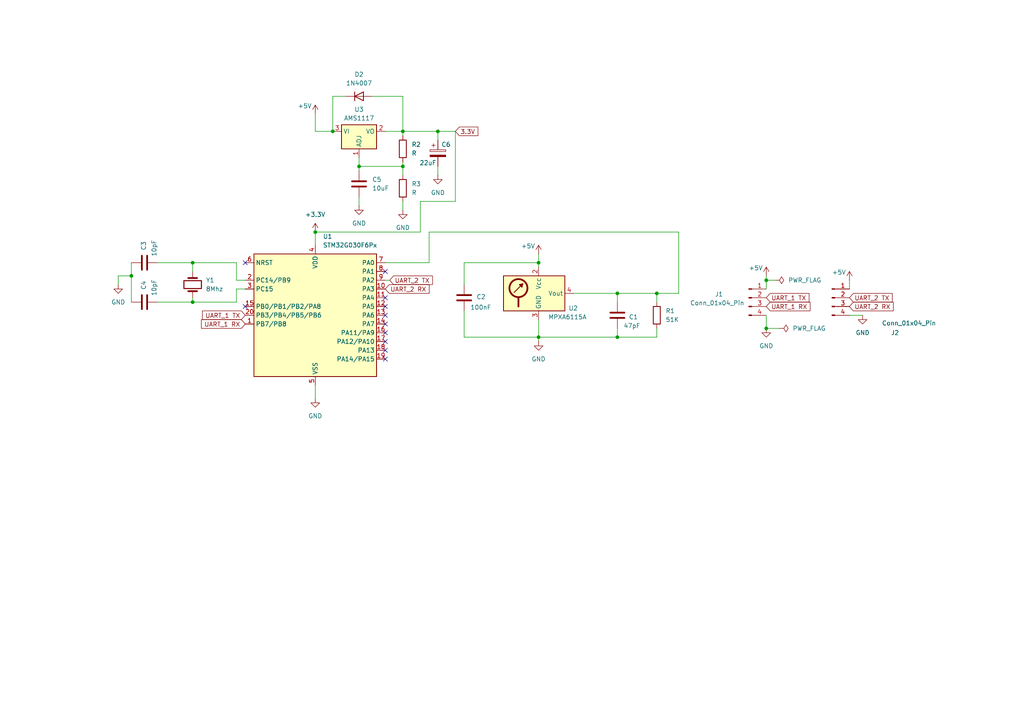
<source format=kicad_sch>
(kicad_sch (version 20231120) (generator "eeschema") (generator_version "8.0")
  (paper "A4")
  (lib_symbols
    (symbol "Connector:Conn_01x04_Pin" (pin_names (offset 1.016) hide)
      (property "Reference" "J" (at 0 5.08 0))
      (property "Value" "Conn_01x04_Pin" (at 0 -7.62 0))
      (symbol "Conn_01x04_Pin_1_1"
        (polyline (pts (xy 1.27 -5.08) (xy 0.8636 -5.08)) (stroke (width 0.1524)))
        (polyline (pts (xy 1.27 -2.54) (xy 0.8636 -2.54)) (stroke (width 0.1524)))
        (polyline (pts (xy 1.27 0) (xy 0.8636 0)) (stroke (width 0.1524)))
        (polyline (pts (xy 1.27 2.54) (xy 0.8636 2.54)) (stroke (width 0.1524)))
        (rectangle (start 0.8636 -4.953) (end 0 -5.207) (stroke (width 0.1524)) (fill (type outline)))
        (rectangle (start 0.8636 -2.413) (end 0 -2.667) (stroke (width 0.1524)) (fill (type outline)))
        (rectangle (start 0.8636 0.127) (end 0 -0.127) (stroke (width 0.1524)) (fill (type outline)))
        (rectangle (start 0.8636 2.667) (end 0 2.413) (stroke (width 0.1524)) (fill (type outline)))
        (pin passive line (at 5.08 2.54 180) (length 3.81) (name "Pin_1") (number "1"))
        (pin passive line (at 5.08 0 180) (length 3.81) (name "Pin_2") (number "2"))
        (pin passive line (at 5.08 -2.54 180) (length 3.81) (name "Pin_3") (number "3"))
        (pin passive line (at 5.08 -5.08 180) (length 3.81) (name "Pin_4") (number "4"))
      )
    )
    (symbol "Device:C" (pin_numbers hide) (pin_names (offset 0.254))
      (property "Reference" "C" (at 0.635 2.54 0))
      (property "Value" "C" (at 0.635 -2.54 0))
      (symbol "C_0_1"
        (polyline (pts (xy -2.032 -0.762) (xy 2.032 -0.762)) (stroke (width 0.508)))
        (polyline (pts (xy -2.032 0.762) (xy 2.032 0.762)) (stroke (width 0.508)))
      )
      (symbol "C_1_1"
        (pin passive line (at 0 3.81 270) (length 2.794) (name "~") (number "1"))
        (pin passive line (at 0 -3.81 90) (length 2.794) (name "~") (number "2"))
      )
    )
    (symbol "Device:C_Polarized" (pin_numbers hide) (pin_names (offset 0.254))
      (property "Reference" "C" (at 0.635 2.54 0))
      (property "Value" "C_Polarized" (at 0.635 -2.54 0))
      (symbol "C_Polarized_0_1"
        (rectangle (start -2.286 0.508) (end 2.286 1.016))
        (polyline (pts (xy -1.778 2.286) (xy -0.762 2.286)))
        (polyline (pts (xy -1.27 2.794) (xy -1.27 1.778)))
        (rectangle (start 2.286 -0.508) (end -2.286 -1.016) (fill (type outline)))
      )
      (symbol "C_Polarized_1_1"
        (pin passive line (at 0 3.81 270) (length 2.794) (name "~") (number "1"))
        (pin passive line (at 0 -3.81 90) (length 2.794) (name "~") (number "2"))
      )
    )
    (symbol "Device:Crystal" (pin_numbers hide) (pin_names (offset 1.016) hide)
      (property "Reference" "Y" (at 0 3.81 0))
      (property "Value" "Crystal" (at 0 -3.81 0))
      (symbol "Crystal_0_1"
        (rectangle (start -1.143 2.54) (end 1.143 -2.54) (stroke (width 0.3048)))
        (polyline (pts (xy -2.54 0) (xy -1.905 0)))
        (polyline (pts (xy -1.905 -1.27) (xy -1.905 1.27)) (stroke (width 0.508)))
        (polyline (pts (xy 1.905 -1.27) (xy 1.905 1.27)) (stroke (width 0.508)))
        (polyline (pts (xy 2.54 0) (xy 1.905 0)))
      )
      (symbol "Crystal_1_1"
        (pin passive line (at -3.81 0 0) (length 1.27) (name "1") (number "1"))
        (pin passive line (at 3.81 0 180) (length 1.27) (name "2") (number "2"))
      )
    )
    (symbol "Device:R" (pin_numbers hide) (pin_names (offset 0))
      (property "Reference" "R" (at 2.032 0 90))
      (property "Value" "R" (at 0 0 90))
      (symbol "R_0_1"
        (rectangle (start -1.016 -2.54) (end 1.016 2.54) (stroke (width 0.254)))
      )
      (symbol "R_1_1"
        (pin passive line (at 0 3.81 270) (length 1.27) (name "~") (number "1"))
        (pin passive line (at 0 -3.81 90) (length 1.27) (name "~") (number "2"))
      )
    )
    (symbol "Diode:1N4007" (pin_numbers hide) (pin_names hide)
      (property "Reference" "D" (at 0 2.54 0))
      (property "Value" "1N4007" (at 0 -2.54 0))
      (symbol "1N4007_0_1"
        (polyline (pts (xy -1.27 1.27) (xy -1.27 -1.27)) (stroke (width 0.254)))
        (polyline (pts (xy 1.27 0) (xy -1.27 0)))
        (polyline (pts (xy 1.27 1.27) (xy 1.27 -1.27) (xy -1.27 0) (xy 1.27 1.27)) (stroke (width 0.254)))
      )
      (symbol "1N4007_1_1"
        (pin passive line (at -3.81 0 0) (length 2.54) (name "K") (number "1"))
        (pin passive line (at 3.81 0 180) (length 2.54) (name "A") (number "2"))
      )
    )
    (symbol "MCU_ST_STM32G0:STM32G030F6Px"
      (property "Reference" "U" (at -17.78 19.05 0))
      (property "Value" "STM32G030F6Px" (at 2.54 19.05 0))
      (symbol "STM32G030F6Px_0_1"
        (rectangle (start -17.78 -17.78) (end 17.78 17.78) (stroke (width 0.254)) (fill (type background)))
      )
      (symbol "STM32G030F6Px_1_1"
        (pin bidirectional line (at -20.32 -2.54 0) (length 2.54) (name "PB7/PB8") (number "1"))
        (pin bidirectional line (at 20.32 7.62 180) (length 2.54) (name "PA3") (number "10"))
        (pin bidirectional line (at 20.32 5.08 180) (length 2.54) (name "PA4") (number "11"))
        (pin bidirectional line (at 20.32 2.54 180) (length 2.54) (name "PA5") (number "12"))
        (pin bidirectional line (at 20.32 0 180) (length 2.54) (name "PA6") (number "13"))
        (pin bidirectional line (at 20.32 -2.54 180) (length 2.54) (name "PA7") (number "14"))
        (pin bidirectional line (at -20.32 2.54 0) (length 2.54) (name "PB0/PB1/PB2/PA8") (number "15"))
        (pin bidirectional line (at 20.32 -5.08 180) (length 2.54) (name "PA11/PA9") (number "16"))
        (pin bidirectional line (at 20.32 -7.62 180) (length 2.54) (name "PA12/PA10") (number "17"))
        (pin bidirectional line (at 20.32 -10.16 180) (length 2.54) (name "PA13") (number "18"))
        (pin bidirectional line (at 20.32 -12.7 180) (length 2.54) (name "PA14/PA15") (number "19"))
        (pin bidirectional line (at -20.32 10.16 0) (length 2.54) (name "PC14/PB9") (number "2"))
        (pin bidirectional line (at -20.32 0 0) (length 2.54) (name "PB3/PB4/PB5/PB6") (number "20"))
        (pin bidirectional line (at -20.32 7.62 0) (length 2.54) (name "PC15") (number "3"))
        (pin power_in line (at 0 20.32 270) (length 2.54) (name "VDD") (number "4"))
        (pin power_in line (at 0 -20.32 90) (length 2.54) (name "VSS") (number "5"))
        (pin input line (at -20.32 15.24 0) (length 2.54) (name "NRST") (number "6"))
        (pin bidirectional line (at 20.32 15.24 180) (length 2.54) (name "PA0") (number "7"))
        (pin bidirectional line (at 20.32 12.7 180) (length 2.54) (name "PA1") (number "8"))
        (pin bidirectional line (at 20.32 10.16 180) (length 2.54) (name "PA2") (number "9"))
      )
    )
    (symbol "Regulator_Linear:AMS1117"
      (property "Reference" "U" (at -3.81 3.175 0))
      (property "Value" "AMS1117" (at 0 3.175 0))
      (symbol "AMS1117_0_1"
        (rectangle (start -5.08 -5.08) (end 5.08 1.905) (stroke (width 0.254)) (fill (type background)))
      )
      (symbol "AMS1117_1_1"
        (pin input line (at 0 -7.62 90) (length 2.54) (name "ADJ") (number "1"))
        (pin power_out line (at 7.62 0 180) (length 2.54) (name "VO") (number "2"))
        (pin power_in line (at -7.62 0 0) (length 2.54) (name "VI") (number "3"))
      )
    )
    (symbol "Sensor_Pressure:MPXA6115A"
      (property "Reference" "U" (at -10.16 6.35 0))
      (property "Value" "MPXA6115A" (at 1.27 6.35 0))
      (symbol "MPXA6115A_0_1"
        (circle (center -5.842 1.524) (radius 2.6162) (stroke (width 0.508)))
        (polyline (pts (xy -7.112 0.254) (xy -4.572 2.794)) (stroke (width 0.254)))
        (polyline (pts (xy -5.842 -1.27) (xy -5.842 -3.81)) (stroke (width 0.508)))
        (polyline (pts (xy -4.572 2.794) (xy -4.826 1.778) (xy -5.588 2.54) (xy -4.572 2.794)) (stroke (width 0.254)) (fill (type outline)))
        (rectangle (start 7.62 5.08) (end -10.16 -5.08) (stroke (width 0.254)) (fill (type background)))
      )
      (symbol "MPXA6115A_1_1"
        (pin no_connect line (at 5.08 -5.08 90) (length 2.54) hide (name "NC") (number "1"))
        (pin power_in line (at 0 7.62 270) (length 2.54) (name "Vcc") (number "2"))
        (pin power_in line (at 0 -7.62 90) (length 2.54) (name "GND") (number "3"))
        (pin output line (at 10.16 0 180) (length 2.54) (name "Vout") (number "4"))
        (pin no_connect line (at -7.62 -5.08 90) (length 2.54) hide (name "NC") (number "5"))
        (pin no_connect line (at -5.08 -5.08 90) (length 2.54) hide (name "NC") (number "6"))
        (pin no_connect line (at -2.54 -5.08 90) (length 2.54) hide (name "NC") (number "7"))
        (pin no_connect line (at 2.54 -5.08 90) (length 2.54) hide (name "NC") (number "8"))
      )
    )
    (symbol "power:+3.3V" (power) (pin_numbers hide) (pin_names (offset 0) hide)
      (property "Value" "+3.3V" (at 0 3.556 0))
      (symbol "+3.3V_0_1"
        (polyline (pts (xy -0.762 1.27) (xy 0 2.54)))
        (polyline (pts (xy 0 0) (xy 0 2.54)))
        (polyline (pts (xy 0 2.54) (xy 0.762 1.27)))
      )
      (symbol "+3.3V_1_1"
        (pin power_in line (at 0 0 90) (length 0) (name "~") (number "1"))
      )
    )
    (symbol "power:+5V" (power) (pin_numbers hide) (pin_names (offset 0) hide)
      (property "Value" "+5V" (at 0 3.556 0))
      (symbol "+5V_0_1"
        (polyline (pts (xy -0.762 1.27) (xy 0 2.54)))
        (polyline (pts (xy 0 0) (xy 0 2.54)))
        (polyline (pts (xy 0 2.54) (xy 0.762 1.27)))
      )
      (symbol "+5V_1_1"
        (pin power_in line (at 0 0 90) (length 0) (name "~") (number "1"))
      )
    )
    (symbol "power:GND" (power) (pin_numbers hide) (pin_names (offset 0) hide)
      (property "Value" "GND" (at 0 -3.81 0))
      (symbol "GND_0_1"
        (polyline (pts (xy 0 0) (xy 0 -1.27) (xy 1.27 -1.27) (xy 0 -2.54) (xy -1.27 -1.27) (xy 0 -1.27)))
      )
      (symbol "GND_1_1"
        (pin power_in line (at 0 0 270) (length 0) (name "~") (number "1"))
      )
    )
    (symbol "power:PWR_FLAG" (power) (pin_numbers hide) (pin_names (offset 0) hide)
      (property "Value" "PWR_FLAG" (at 0 3.81 0))
      (symbol "PWR_FLAG_0_0"
        (pin power_out line (at 0 0 90) (length 0) (name "~") (number "1"))
      )
      (symbol "PWR_FLAG_0_1"
        (polyline (pts (xy 0 0) (xy 0 1.27) (xy -1.016 1.905) (xy 0 2.54) (xy 1.016 1.905) (xy 0 1.27)))
      )
    )
  )
  (junction (at 190.5 85.09))
  (junction (at 38.1 80.01))
  (junction (at 127 38.1))
  (junction (at 222.25 95.25))
  (junction (at 116.84 38.1))
  (junction (at 55.88 87.63))
  (junction (at 179.07 97.79))
  (junction (at 156.21 76.2))
  (junction (at 104.14 48.26))
  (junction (at 91.44 67.31))
  (junction (at 222.25 81.28))
  (junction (at 156.21 97.79))
  (junction (at 55.88 76.2))
  (junction (at 96.52 38.1))
  (junction (at 179.07 85.09))
  (junction (at 116.84 48.26))
  (no_connect (at 111.76 78.74))
  (no_connect (at 111.76 104.14))
  (no_connect (at 111.76 86.36))
  (no_connect (at 71.12 88.9))
  (no_connect (at 111.76 96.52))
  (no_connect (at 111.76 91.44))
  (no_connect (at 71.12 76.2))
  (no_connect (at 111.76 99.06))
  (no_connect (at 111.76 101.6))
  (no_connect (at 111.76 93.98))
  (no_connect (at 111.76 88.9))
  (wire (pts (xy 104.14 49.53) (xy 104.14 48.26)))
  (wire (pts (xy 246.38 81.28) (xy 246.38 83.82)))
  (wire (pts (xy 222.25 80.01) (xy 222.25 81.28)))
  (wire (pts (xy 121.92 67.31) (xy 121.92 58.42)))
  (wire (pts (xy 116.84 38.1) (xy 116.84 39.37)))
  (wire (pts (xy 116.84 58.42) (xy 116.84 60.96)))
  (wire (pts (xy 96.52 27.94) (xy 96.52 38.1)))
  (wire (pts (xy 100.33 27.94) (xy 96.52 27.94)))
  (wire (pts (xy 134.62 90.17) (xy 134.62 97.79)))
  (wire (pts (xy 91.44 111.76) (xy 91.44 115.57)))
  (wire (pts (xy 124.46 67.31) (xy 124.46 76.2)))
  (wire (pts (xy 68.58 81.28) (xy 71.12 81.28)))
  (wire (pts (xy 55.88 76.2) (xy 55.88 78.74)))
  (wire (pts (xy 111.76 38.1) (xy 116.84 38.1)))
  (wire (pts (xy 246.38 91.44) (xy 250.19 91.44)))
  (wire (pts (xy 179.07 97.79) (xy 190.5 97.79)))
  (wire (pts (xy 55.88 87.63) (xy 68.58 87.63)))
  (wire (pts (xy 134.62 82.55) (xy 134.62 76.2)))
  (wire (pts (xy 45.72 87.63) (xy 55.88 87.63)))
  (wire (pts (xy 116.84 27.94) (xy 116.84 38.1)))
  (wire (pts (xy 121.92 58.42) (xy 132.08 58.42)))
  (wire (pts (xy 55.88 76.2) (xy 68.58 76.2)))
  (wire (pts (xy 116.84 46.99) (xy 116.84 48.26)))
  (wire (pts (xy 134.62 97.79) (xy 156.21 97.79)))
  (wire (pts (xy 116.84 38.1) (xy 127 38.1)))
  (wire (pts (xy 179.07 85.09) (xy 190.5 85.09)))
  (wire (pts (xy 190.5 95.25) (xy 190.5 97.79)))
  (wire (pts (xy 196.85 85.09) (xy 196.85 67.31)))
  (wire (pts (xy 104.14 57.15) (xy 104.14 59.69)))
  (wire (pts (xy 68.58 83.82) (xy 71.12 83.82)))
  (wire (pts (xy 104.14 45.72) (xy 104.14 48.26)))
  (wire (pts (xy 156.21 92.71) (xy 156.21 97.79)))
  (wire (pts (xy 34.29 82.55) (xy 34.29 80.01)))
  (wire (pts (xy 34.29 80.01) (xy 38.1 80.01)))
  (wire (pts (xy 190.5 85.09) (xy 196.85 85.09)))
  (wire (pts (xy 222.25 81.28) (xy 224.79 81.28)))
  (wire (pts (xy 127 38.1) (xy 127 40.64)))
  (wire (pts (xy 222.25 81.28) (xy 222.25 83.82)))
  (wire (pts (xy 124.46 76.2) (xy 111.76 76.2)))
  (wire (pts (xy 196.85 67.31) (xy 124.46 67.31)))
  (wire (pts (xy 38.1 76.2) (xy 38.1 80.01)))
  (wire (pts (xy 222.25 91.44) (xy 222.25 95.25)))
  (wire (pts (xy 132.08 58.42) (xy 132.08 38.1)))
  (wire (pts (xy 116.84 48.26) (xy 116.84 50.8)))
  (wire (pts (xy 68.58 76.2) (xy 68.58 81.28)))
  (wire (pts (xy 156.21 97.79) (xy 156.21 99.06)))
  (wire (pts (xy 134.62 76.2) (xy 156.21 76.2)))
  (wire (pts (xy 107.95 27.94) (xy 116.84 27.94)))
  (wire (pts (xy 91.44 67.31) (xy 121.92 67.31)))
  (wire (pts (xy 156.21 73.66) (xy 156.21 76.2)))
  (wire (pts (xy 38.1 80.01) (xy 38.1 87.63)))
  (wire (pts (xy 179.07 85.09) (xy 179.07 87.63)))
  (wire (pts (xy 222.25 95.25) (xy 226.06 95.25)))
  (wire (pts (xy 127 38.1) (xy 132.08 38.1)))
  (wire (pts (xy 127 48.26) (xy 127 50.8)))
  (wire (pts (xy 68.58 87.63) (xy 68.58 83.82)))
  (wire (pts (xy 91.44 33.02) (xy 91.44 38.1)))
  (wire (pts (xy 190.5 87.63) (xy 190.5 85.09)))
  (wire (pts (xy 55.88 86.36) (xy 55.88 87.63)))
  (wire (pts (xy 45.72 76.2) (xy 55.88 76.2)))
  (wire (pts (xy 166.37 85.09) (xy 179.07 85.09)))
  (wire (pts (xy 113.03 81.28) (xy 111.76 81.28)))
  (wire (pts (xy 116.84 48.26) (xy 104.14 48.26)))
  (wire (pts (xy 91.44 67.31) (xy 91.44 71.12)))
  (wire (pts (xy 91.44 38.1) (xy 96.52 38.1)))
  (wire (pts (xy 156.21 97.79) (xy 179.07 97.79)))
  (wire (pts (xy 156.21 76.2) (xy 156.21 77.47)))
  (wire (pts (xy 179.07 95.25) (xy 179.07 97.79)))
  (global_label "UART_1 RX" (shape input) (at 71.12 93.98 180) (property "Intersheetrefs" "${INTERSHEET_REFS}" (effects (hide yes))))
  (global_label "UART_2 TX" (shape input) (at 246.38 86.36 0) (property "Intersheetrefs" "${INTERSHEET_REFS}" (effects (hide yes))))
  (global_label "3.3V" (shape input) (at 132.08 38.1 0) (property "Intersheetrefs" "${INTERSHEET_REFS}" (effects (hide yes))))
  (global_label "UART_2 RX" (shape input) (at 111.76 83.82 0) (property "Intersheetrefs" "${INTERSHEET_REFS}" (effects (hide yes))))
  (global_label "UART_2 RX" (shape input) (at 246.38 88.9 0) (property "Intersheetrefs" "${INTERSHEET_REFS}" (effects (hide yes))))
  (global_label "UART_2 TX" (shape input) (at 113.03 81.28 0) (property "Intersheetrefs" "${INTERSHEET_REFS}" (effects (hide yes))))
  (global_label "UART_1 TX" (shape input) (at 71.12 91.44 180) (property "Intersheetrefs" "${INTERSHEET_REFS}" (effects (hide yes))))
  (global_label "UART_1 TX" (shape input) (at 222.25 86.36 0) (property "Intersheetrefs" "${INTERSHEET_REFS}" (effects (hide yes))))
  (global_label "UART_1 RX" (shape input) (at 222.25 88.9 0) (property "Intersheetrefs" "${INTERSHEET_REFS}" (effects (hide yes))))
  (symbol (lib_id "Device:R") (at 190.5 91.44 0) (unit 1)
    (property "Reference" "R1" (at 193.04 90.1699 0) (effects (justify left)))
    (property "Value" "51K" (at 193.04 92.7099 0) (effects (justify left)))
    (property "Footprint" "Resistor_SMD:R_0603_1608Metric" (effects (hide yes)))
    (property "Description" "Resistor" (effects (hide yes)))
  )
  (symbol (lib_id "Device:C") (at 134.62 86.36 0) (unit 1)
    (property "Reference" "C2" (at 138.176 86.106 0) (effects (justify left)))
    (property "Value" "100nF" (at 136.398 89.154 0) (effects (justify left)))
    (property "Footprint" "Capacitor_SMD:C_0603_1608Metric" (effects (hide yes)))
    (property "Description" "Unpolarized capacitor" (effects (hide yes)))
  )
  (symbol (lib_id "Device:C_Polarized") (at 127 44.45 0) (unit 1)
    (property "Reference" "C6" (at 128.016 41.91 0) (effects (justify left)))
    (property "Value" "22uF" (at 121.666 47.244 0) (effects (justify left)))
    (property "Footprint" "Capacitor_SMD:C_0603_1608Metric" (effects (hide yes)))
    (property "Description" "Polarized capacitor" (effects (hide yes)))
  )
  (symbol (lib_id "Device:C") (at 179.07 91.44 0) (unit 1)
    (property "Reference" "C1" (at 182.372 91.948 0) (effects (justify left)))
    (property "Value" "47pF" (at 180.848 94.488 0) (effects (justify left)))
    (property "Footprint" "Capacitor_SMD:C_0603_1608Metric" (effects (hide yes)))
    (property "Description" "Unpolarized capacitor" (effects (hide yes)))
  )
  (symbol (lib_id "Connector:Conn_01x04_Pin") (at 217.17 86.36 0) (unit 1)
    (property "Reference" "J1" (at 208.534 85.344 0))
    (property "Value" "Conn_01x04_Pin" (at 208.026 87.884 0))
    (property "Footprint" "Connector_PinHeader_2.54mm:PinHeader_1x04_P2.54mm_Vertical" (effects (hide yes)))
    (property "Description" "Generic connector, single row, 01x04, script generated" (effects (hide yes)))
  )
  (symbol (lib_id "Diode:1N4007") (at 104.14 27.94 0) (unit 1)
    (property "Reference" "D2" (at 104.14 21.59 0))
    (property "Value" "1N4007" (at 104.14 24.13 0))
    (property "Footprint" "Diode_THT:D_DO-41_SOD81_P10.16mm_Horizontal" (effects (hide yes)))
    (property "Datasheet" "http://www.vishay.com/docs/88503/1n4001.pdf" (effects (hide yes)))
    (property "Description" "1000V 1A General Purpose Rectifier Diode, DO-41" (effects (hide yes)))
    (property "Sim.Device" "D" (effects (hide yes)))
    (property "Sim.Pins" "1=K 2=A" (effects (hide yes)))
  )
  (symbol (lib_id "power:+5V") (at 222.25 80.01 0) (unit 1)
    (property "Reference" "#PWR05" (effects (hide yes)))
    (property "Value" "+5V" (at 219.202 77.724 0))
    (property "Description" "Power symbol creates a global label with name \"+5V\"" (effects (hide yes)))
  )
  (symbol (lib_id "power:GND") (at 91.44 115.57 0) (unit 1)
    (property "Reference" "#PWR09" (effects (hide yes)))
    (property "Value" "GND" (at 91.44 120.65 0))
    (property "Description" "Power symbol creates a global label with name \"GND\" , ground" (effects (hide yes)))
  )
  (symbol (lib_id "Device:R") (at 116.84 43.18 0) (unit 1)
    (property "Reference" "R2" (at 119.38 41.9099 0) (effects (justify left)))
    (property "Value" "R" (at 119.38 44.4499 0) (effects (justify left)))
    (property "Footprint" "Resistor_SMD:R_0603_1608Metric" (effects (hide yes)))
    (property "Description" "Resistor" (effects (hide yes)))
  )
  (symbol (lib_id "Connector:Conn_01x04_Pin") (at 241.3 86.36 0) (unit 1)
    (property "Reference" "J2" (at 259.588 96.52 0))
    (property "Value" "Conn_01x04_Pin" (at 263.652 93.726 0))
    (property "Footprint" "Connector_PinHeader_2.54mm:PinHeader_1x04_P2.54mm_Vertical" (effects (hide yes)))
    (property "Description" "Generic connector, single row, 01x04, script generated" (effects (hide yes)))
  )
  (symbol (lib_id "power:GND") (at 116.84 60.96 0) (unit 1)
    (property "Reference" "#PWR011" (effects (hide yes)))
    (property "Value" "GND" (at 116.84 66.04 0))
    (property "Description" "Power symbol creates a global label with name \"GND\" , ground" (effects (hide yes)))
  )
  (symbol (lib_id "Device:R") (at 116.84 54.61 0) (unit 1)
    (property "Reference" "R3" (at 119.38 53.3399 0) (effects (justify left)))
    (property "Value" "R" (at 119.38 55.8799 0) (effects (justify left)))
    (property "Footprint" "Resistor_SMD:R_0603_1608Metric" (effects (hide yes)))
    (property "Description" "Resistor" (effects (hide yes)))
  )
  (symbol (lib_id "Regulator_Linear:AMS1117") (at 104.14 38.1 0) (unit 1)
    (property "Reference" "U3" (at 104.14 31.75 0))
    (property "Value" "AMS1117" (at 104.14 34.29 0))
    (property "Footprint" "Package_TO_SOT_SMD:SOT-223-3_TabPin2" (effects (hide yes)))
    (property "Datasheet" "http://www.advanced-monolithic.com/pdf/ds1117.pdf" (effects (hide yes)))
    (property "Description" "1A Low Dropout regulator, positive, adjustable output, SOT-223" (effects (hide yes)))
  )
  (symbol (lib_id "power:GND") (at 104.14 59.69 0) (unit 1)
    (property "Reference" "#PWR012" (effects (hide yes)))
    (property "Value" "GND" (at 104.14 64.77 0))
    (property "Description" "Power symbol creates a global label with name \"GND\" , ground" (effects (hide yes)))
  )
  (symbol (lib_id "power:PWR_FLAG") (at 226.06 95.25 270) (unit 1)
    (property "Reference" "#FLG01" (effects (hide yes)))
    (property "Value" "PWR_FLAG" (at 229.87 95.2499 90) (effects (justify left)))
    (property "Description" "Special symbol for telling ERC where power comes from" (effects (hide yes)))
  )
  (symbol (lib_id "power:+5V") (at 156.21 73.66 0) (unit 1)
    (property "Reference" "#PWR01" (effects (hide yes)))
    (property "Value" "+5V" (at 153.162 71.374 0))
    (property "Description" "Power symbol creates a global label with name \"+5V\"" (effects (hide yes)))
  )
  (symbol (lib_id "Sensor_Pressure:MPXA6115A") (at 156.21 85.09 0) (unit 1)
    (property "Reference" "U2" (at 167.64 89.408 0) (effects (justify right)))
    (property "Value" "MPXA6115A" (at 170.18 91.948 0) (effects (justify right)))
    (property "Footprint" "Sensor_Pressure:Freescale_98ARH99089A" (effects (hide yes)))
    (property "Datasheet" "https://www.nxp.com/docs/en/data-sheet/MPXA6115A.pdf" (effects (hide yes)))
    (property "Description" "Absolute pressure sensor, 15 to 115kPa, analog output, integrated signal conditioning, temperature compensated, SO package" (effects (hide yes)))
  )
  (symbol (lib_id "power:+5V") (at 91.44 33.02 0) (unit 1)
    (property "Reference" "#PWR010" (effects (hide yes)))
    (property "Value" "+5V" (at 88.392 30.734 0))
    (property "Description" "Power symbol creates a global label with name \"+5V\"" (effects (hide yes)))
  )
  (symbol (lib_id "power:GND") (at 34.29 82.55 0) (unit 1)
    (property "Reference" "#PWR03" (effects (hide yes)))
    (property "Value" "GND" (at 34.29 87.63 0))
    (property "Description" "Power symbol creates a global label with name \"GND\" , ground" (effects (hide yes)))
  )
  (symbol (lib_id "power:GND") (at 156.21 99.06 0) (unit 1)
    (property "Reference" "#PWR02" (effects (hide yes)))
    (property "Value" "GND" (at 156.21 104.14 0))
    (property "Description" "Power symbol creates a global label with name \"GND\" , ground" (effects (hide yes)))
  )
  (symbol (lib_id "power:PWR_FLAG") (at 224.79 81.28 270) (unit 1)
    (property "Reference" "#FLG02" (effects (hide yes)))
    (property "Value" "PWR_FLAG" (at 228.6 81.2799 90) (effects (justify left)))
    (property "Description" "Special symbol for telling ERC where power comes from" (effects (hide yes)))
  )
  (symbol (lib_id "Device:C") (at 41.91 76.2 90) (unit 1)
    (property "Reference" "C3" (at 41.656 72.644 0) (effects (justify left)))
    (property "Value" "10pF" (at 44.704 74.422 0) (effects (justify left)))
    (property "Footprint" "Capacitor_SMD:C_0603_1608Metric" (effects (hide yes)))
    (property "Description" "Unpolarized capacitor" (effects (hide yes)))
  )
  (symbol (lib_id "power:GND") (at 250.19 91.44 0) (unit 1)
    (property "Reference" "#PWR06" (effects (hide yes)))
    (property "Value" "GND" (at 250.19 96.52 0))
    (property "Description" "Power symbol creates a global label with name \"GND\" , ground" (effects (hide yes)))
  )
  (symbol (lib_id "Device:C") (at 41.91 87.63 90) (unit 1)
    (property "Reference" "C4" (at 41.656 84.074 0) (effects (justify left)))
    (property "Value" "10pF" (at 44.704 85.852 0) (effects (justify left)))
    (property "Footprint" "Capacitor_SMD:C_0603_1608Metric" (effects (hide yes)))
    (property "Description" "Unpolarized capacitor" (effects (hide yes)))
  )
  (symbol (lib_id "Device:C") (at 104.14 53.34 0) (unit 1)
    (property "Reference" "C5" (at 107.95 52.0699 0) (effects (justify left)))
    (property "Value" "10uF" (at 107.95 54.6099 0) (effects (justify left)))
    (property "Footprint" "Capacitor_SMD:C_0603_1608Metric" (effects (hide yes)))
    (property "Description" "Unpolarized capacitor" (effects (hide yes)))
  )
  (symbol (lib_id "MCU_ST_STM32G0:STM32G030F6Px") (at 91.44 91.44 0) (unit 1)
    (property "Reference" "U1" (at 93.6341 68.58 0) (effects (justify left)))
    (property "Value" "STM32G030F6Px" (at 93.6341 71.12 0) (effects (justify left)))
    (property "Footprint" "Package_SO:TSSOP-20_4.4x6.5mm_P0.65mm" (effects (hide yes)))
    (property "Datasheet" "https://www.st.com/resource/en/datasheet/stm32g030f6.pdf" (effects (hide yes)))
    (property "Description" "STMicroelectronics Arm Cortex-M0+ MCU, 32KB flash, 8KB RAM, 64 MHz, 2.0-3.6V, 17 GPIO, TSSOP20" (effects (hide yes)))
  )
  (symbol (lib_id "power:GND") (at 127 50.8 0) (unit 1)
    (property "Reference" "#PWR013" (effects (hide yes)))
    (property "Value" "GND" (at 127 55.88 0))
    (property "Description" "Power symbol creates a global label with name \"GND\" , ground" (effects (hide yes)))
  )
  (symbol (lib_id "Device:Crystal") (at 55.88 82.55 270) (unit 1)
    (property "Reference" "Y1" (at 59.69 81.2799 90) (effects (justify left)))
    (property "Value" "8Mhz" (at 59.69 83.8199 90) (effects (justify left)))
    (property "Footprint" "Crystal:Crystal_SMD_5032-2Pin_5.0x3.2mm" (effects (hide yes)))
    (property "Description" "Two pin crystal" (effects (hide yes)))
  )
  (symbol (lib_id "power:+5V") (at 246.38 81.28 0) (unit 1)
    (property "Reference" "#PWR07" (effects (hide yes)))
    (property "Value" "+5V" (at 243.332 78.994 0))
    (property "Description" "Power symbol creates a global label with name \"+5V\"" (effects (hide yes)))
  )
  (symbol (lib_id "power:+3.3V") (at 91.44 67.31 0) (unit 1)
    (property "Reference" "#PWR08" (effects (hide yes)))
    (property "Value" "+3.3V" (at 91.44 62.23 0))
    (property "Description" "Power symbol creates a global label with name \"+3.3V\"" (effects (hide yes)))
  )
  (symbol (lib_id "power:GND") (at 222.25 95.25 0) (unit 1)
    (property "Reference" "#PWR04" (effects (hide yes)))
    (property "Value" "GND" (at 222.25 100.33 0))
    (property "Description" "Power symbol creates a global label with name \"GND\" , ground" (effects (hide yes)))
  )
)
</source>
